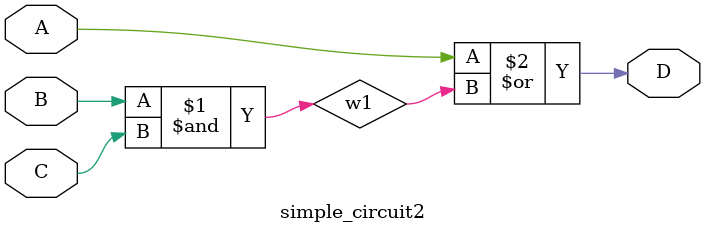
<source format=v>
module simple_circuit2(A,B,C,D);
output D;
input A,B,C;
wire w1;
and G1(w1,B,C);
or G2(D,A,w1);
endmodule
</source>
